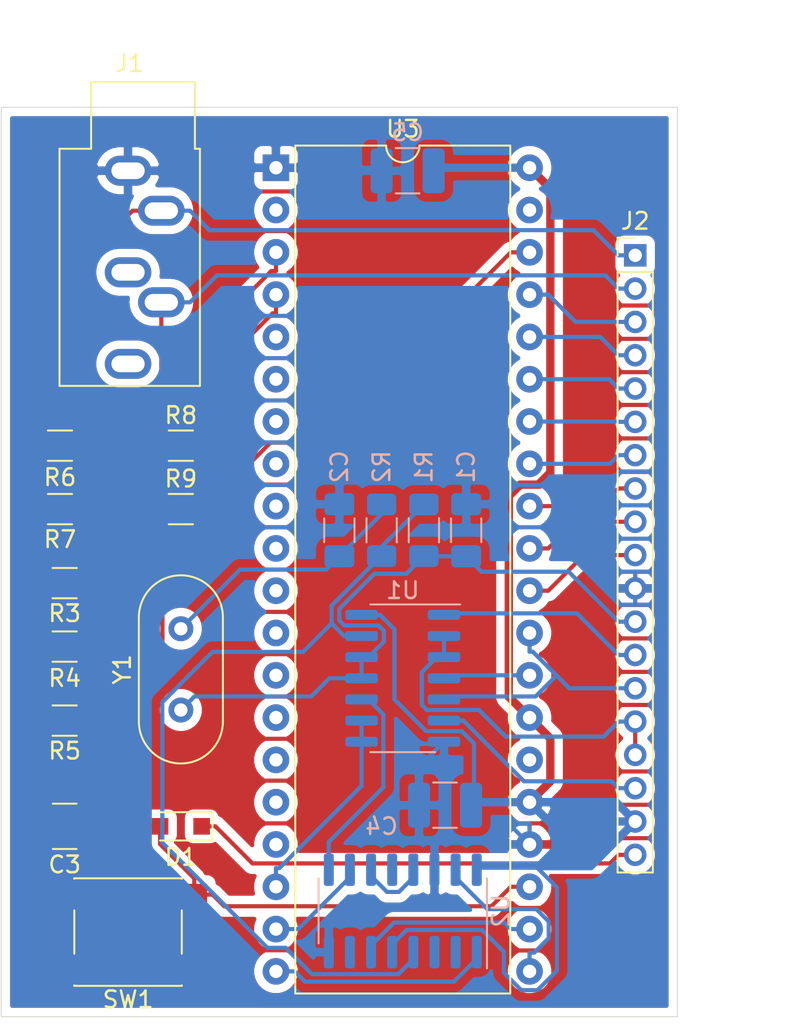
<source format=kicad_pcb>
(kicad_pcb (version 20171130) (host pcbnew 5.1.9+dfsg1-1)
  (layers (0 F.Cu signal) (31 B.Cu signal) (34 B.Paste user) (35 F.Paste user) (36 B.SilkS user) (37 F.SilkS user) (38 B.Mask user) (39 F.Mask user) (44 Edge.Cuts user))
  (net 0 "")
  (net 1 GND)
  (net 2 "Net-(C2-Pad1)")
  (net 3 /WBT)
  (net 4 /d7)
  (net 5 /d6)
  (net 6 /d5)
  (net 7 /d4)
  (net 8 /d3)
  (net 9 /d2)
  (net 10 /d1)
  (net 11 /d0)
  (net 12 "Net-(R1-Pad1)")
  (net 13 "Net-(R3-Pad1)")
  (net 14 "Net-(R4-Pad2)")
  (net 15 "Net-(R5-Pad1)")
  (net 16 /a3)
  (net 17 "Net-(U1-Pad4)")
  (net 18 VDD)
  (net 19 /a0)
  (net 20 "Net-(U2-Pad11)")
  (net 21 /a2)
  (net 22 "Net-(U2-Pad6)")
  (net 23 /a1)
  (net 24 /12MHZ)
  (net 25 "Net-(C3-Pad1)")
  (net 26 /RST)
  (net 27 /R)
  (net 28 /L)
  (net 29 /J3)
  (net 30 /J2)
  (net 31 /J1)
  (net 32 "Net-(U1-Pad10)")
  (module Crystal:Crystal_HC49-U_Vertical (layer F.Cu) (at 108.585 109.22 90)
    (fp_text reference Y1 (at 2.44 -3.525 90) (layer F.SilkS))
    (fp_text value "12000 KHZ")
    (pad 2 thru_hole circle (at 4.88 0 90) (size 1.5 1.5) (drill 0.8) (layers *.Cu *.Mask) (net 2 "Net-(C2-Pad1)"))
    (pad 1 thru_hole circle (at 0 0 90) (size 1.5 1.5) (drill 0.8) (layers *.Cu *.Mask) (net 24 /12MHZ))
  )
  (module Connector_Audio:Jack_3.5mm_CUI_SJ1-3535NG_Horizontal (layer F.Cu) (at 105.41 76.835)
    (fp_text reference J1 (at 0.1 -6.45) (layer F.SilkS))
    (fp_text value AudioJack3)
    (pad RN thru_hole oval (at 0 6.1) (size 2.8 1.8) (drill oval 2 1) (layers *.Cu *.Mask))
    (pad TN thru_hole oval (at 0 11.6) (size 2.8 1.8) (drill oval 2 1) (layers *.Cu *.Mask))
    (pad R thru_hole oval (at 2 7.9) (size 2.8 1.8) (drill oval 2 1) (layers *.Cu *.Mask) (net 27 /R))
    (pad T thru_hole oval (at 2 2.4) (size 2.8 1.8) (drill oval 2 1) (layers *.Cu *.Mask) (net 28 /L))
    (pad S thru_hole oval (at 0 0) (size 2.8 1.8) (drill oval 2 1) (layers *.Cu *.Mask) (net 1 GND))
  )
  (module Package_SO:SOIC-16_3.9x9.9mm_P1.27mm (layer B.Cu) (at 121.92 121.285 90)
    (fp_text reference U2 (at 0 5.9 90) (layer B.SilkS) (effects (justify mirror)))
    (fp_text value 74HCT193)
    (pad 16 smd roundrect (at 2.475 4.445 90) (size 1.95 0.6) (layers B.Cu B.Paste B.Mask) (net 18 VDD))
    (pad 15 smd roundrect (at 2.475 3.175 90) (size 1.95 0.6) (layers B.Cu B.Paste B.Mask) (net 19 /a0))
    (pad 14 smd roundrect (at 2.475 1.905 90) (size 1.95 0.6) (layers B.Cu B.Paste B.Mask) (net 1 GND))
    (pad 13 smd roundrect (at 2.475 0.635 90) (size 1.95 0.6) (layers B.Cu B.Paste B.Mask) (net 20 "Net-(U2-Pad11)"))
    (pad 12 smd roundrect (at 2.475 -0.635 90) (size 1.95 0.6) (layers B.Cu B.Paste B.Mask))
    (pad 11 smd roundrect (at 2.475 -1.905 90) (size 1.95 0.6) (layers B.Cu B.Paste B.Mask) (net 20 "Net-(U2-Pad11)"))
    (pad 10 smd roundrect (at 2.475 -3.175 90) (size 1.95 0.6) (layers B.Cu B.Paste B.Mask) (net 21 /a2))
    (pad 9 smd roundrect (at 2.475 -4.445 90) (size 1.95 0.6) (layers B.Cu B.Paste B.Mask) (net 32 "Net-(U1-Pad10)"))
    (pad 8 smd roundrect (at -2.475 -4.445 90) (size 1.95 0.6) (layers B.Cu B.Paste B.Mask) (net 1 GND))
    (pad 7 smd roundrect (at -2.475 -3.175 90) (size 1.95 0.6) (layers B.Cu B.Paste B.Mask))
    (pad 6 smd roundrect (at -2.475 -1.905 90) (size 1.95 0.6) (layers B.Cu B.Paste B.Mask) (net 22 "Net-(U2-Pad6)"))
    (pad 5 smd roundrect (at -2.475 -0.635 90) (size 1.95 0.6) (layers B.Cu B.Paste B.Mask) (net 18 VDD))
    (pad 4 smd roundrect (at -2.475 0.635 90) (size 1.95 0.6) (layers B.Cu B.Paste B.Mask) (net 12 "Net-(R1-Pad1)"))
    (pad 3 smd roundrect (at -2.475 1.905 90) (size 1.95 0.6) (layers B.Cu B.Paste B.Mask))
    (pad 2 smd roundrect (at -2.475 3.175 90) (size 1.95 0.6) (layers B.Cu B.Paste B.Mask))
    (pad 1 smd roundrect (at -2.475 4.445 90) (size 1.95 0.6) (layers B.Cu B.Paste B.Mask) (net 23 /a1))
  )
  (module Package_SO:SOIC-14_3.9x8.7mm_P1.27mm (layer B.Cu) (at 121.92 107.315 180)
    (fp_text reference U1 (at 0 5.28) (layer B.SilkS) (effects (justify mirror)))
    (fp_text value 74HCT02)
    (pad 14 smd roundrect (at 2.475 3.81 180) (size 1.95 0.6) (layers B.Cu B.Paste B.Mask) (net 18 VDD))
    (pad 13 smd roundrect (at 2.475 2.54 180) (size 1.95 0.6) (layers B.Cu B.Paste B.Mask) (net 12 "Net-(R1-Pad1)"))
    (pad 12 smd roundrect (at 2.475 1.27 180) (size 1.95 0.6) (layers B.Cu B.Paste B.Mask) (net 24 /12MHZ))
    (pad 11 smd roundrect (at 2.475 0 180) (size 1.95 0.6) (layers B.Cu B.Paste B.Mask) (net 24 /12MHZ))
    (pad 10 smd roundrect (at 2.475 -1.27 180) (size 1.95 0.6) (layers B.Cu B.Paste B.Mask) (net 32 "Net-(U1-Pad10)"))
    (pad 9 smd roundrect (at 2.475 -2.54 180) (size 1.95 0.6) (layers B.Cu B.Paste B.Mask) (net 16 /a3))
    (pad 8 smd roundrect (at 2.475 -3.81 180) (size 1.95 0.6) (layers B.Cu B.Paste B.Mask) (net 16 /a3))
    (pad 7 smd roundrect (at -2.475 -3.81 180) (size 1.95 0.6) (layers B.Cu B.Paste B.Mask) (net 1 GND))
    (pad 6 smd roundrect (at -2.475 -2.54 180) (size 1.95 0.6) (layers B.Cu B.Paste B.Mask) (net 3 /WBT))
    (pad 5 smd roundrect (at -2.475 -1.27 180) (size 1.95 0.6) (layers B.Cu B.Paste B.Mask) (net 30 /J2))
    (pad 4 smd roundrect (at -2.475 0 180) (size 1.95 0.6) (layers B.Cu B.Paste B.Mask) (net 17 "Net-(U1-Pad4)"))
    (pad 3 smd roundrect (at -2.475 1.27 180) (size 1.95 0.6) (layers B.Cu B.Paste B.Mask) (net 29 /J3))
    (pad 2 smd roundrect (at -2.475 2.54 180) (size 1.95 0.6) (layers B.Cu B.Paste B.Mask) (net 29 /J3))
    (pad 1 smd roundrect (at -2.475 3.81 180) (size 1.95 0.6) (layers B.Cu B.Paste B.Mask) (net 31 /J1))
  )
  (module Button_Switch_SMD:SW_SPST_PTS645 (layer F.Cu) (at 105.41 122.555 180)
    (fp_text reference SW1 (at 0 -4.05) (layer F.SilkS))
    (fp_text value SW_Push)
    (pad 2 smd rect (at 3.98 2.25 180) (size 1.55 1.3) (layers F.Cu F.Paste F.Mask) (net 25 "Net-(C3-Pad1)"))
    (pad 1 smd rect (at 3.98 -2.25 180) (size 1.55 1.3) (layers F.Cu F.Paste F.Mask) (net 1 GND))
    (pad 1 smd rect (at -3.98 -2.25 180) (size 1.55 1.3) (layers F.Cu F.Paste F.Mask) (net 1 GND))
    (pad 2 smd rect (at -3.98 2.25 180) (size 1.55 1.3) (layers F.Cu F.Paste F.Mask) (net 25 "Net-(C3-Pad1)"))
  )
  (module Connector_PinHeader_2.00mm:PinHeader_1x19_P2.00mm_Vertical (layer F.Cu) (at 135.89 81.915)
    (fp_text reference J2 (at 0 -2.06) (layer F.SilkS))
    (fp_text value Conn_01x19_Male)
    (pad 19 thru_hole oval (at 0 36) (size 1.35 1.35) (drill 0.8) (layers *.Cu *.Mask) (net 26 /RST))
    (pad 18 thru_hole oval (at 0 34) (size 1.35 1.35) (drill 0.8) (layers *.Cu *.Mask) (net 18 VDD))
    (pad 17 thru_hole oval (at 0 32) (size 1.35 1.35) (drill 0.8) (layers *.Cu *.Mask) (net 3 /WBT))
    (pad 16 thru_hole oval (at 0 30) (size 1.35 1.35) (drill 0.8) (layers *.Cu *.Mask) (net 29 /J3))
    (pad 15 thru_hole oval (at 0 28) (size 1.35 1.35) (drill 0.8) (layers *.Cu *.Mask) (net 29 /J3))
    (pad 14 thru_hole oval (at 0 26) (size 1.35 1.35) (drill 0.8) (layers *.Cu *.Mask) (net 30 /J2))
    (pad 13 thru_hole oval (at 0 24) (size 1.35 1.35) (drill 0.8) (layers *.Cu *.Mask) (net 31 /J1))
    (pad 12 thru_hole oval (at 0 22) (size 1.35 1.35) (drill 0.8) (layers *.Cu *.Mask) (net 24 /12MHZ))
    (pad 11 thru_hole oval (at 0 20) (size 1.35 1.35) (drill 0.8) (layers *.Cu *.Mask) (net 1 GND))
    (pad 10 thru_hole oval (at 0 18) (size 1.35 1.35) (drill 0.8) (layers *.Cu *.Mask) (net 4 /d7))
    (pad 9 thru_hole oval (at 0 16) (size 1.35 1.35) (drill 0.8) (layers *.Cu *.Mask) (net 5 /d6))
    (pad 8 thru_hole oval (at 0 14) (size 1.35 1.35) (drill 0.8) (layers *.Cu *.Mask) (net 6 /d5))
    (pad 7 thru_hole oval (at 0 12) (size 1.35 1.35) (drill 0.8) (layers *.Cu *.Mask) (net 7 /d4))
    (pad 6 thru_hole oval (at 0 10) (size 1.35 1.35) (drill 0.8) (layers *.Cu *.Mask) (net 8 /d3))
    (pad 5 thru_hole oval (at 0 8) (size 1.35 1.35) (drill 0.8) (layers *.Cu *.Mask) (net 9 /d2))
    (pad 4 thru_hole oval (at 0 6) (size 1.35 1.35) (drill 0.8) (layers *.Cu *.Mask) (net 10 /d1))
    (pad 3 thru_hole oval (at 0 4) (size 1.35 1.35) (drill 0.8) (layers *.Cu *.Mask) (net 11 /d0))
    (pad 2 thru_hole oval (at 0 2) (size 1.35 1.35) (drill 0.8) (layers *.Cu *.Mask) (net 27 /R))
    (pad 1 thru_hole rect (at 0 0) (size 1.35 1.35) (drill 0.8) (layers *.Cu *.Mask) (net 28 /L))
  )
  (module Diode_SMD:D_SOD-323_HandSoldering (layer F.Cu) (at 108.585 116.205 180)
    (fp_text reference D1 (at 0 -1.85) (layer F.SilkS))
    (fp_text value BAT54J)
    (pad 2 smd rect (at 1.25 0 180) (size 1 1) (layers F.Cu F.Paste F.Mask) (net 25 "Net-(C3-Pad1)"))
    (pad 1 smd rect (at -1.25 0 180) (size 1 1) (layers F.Cu F.Paste F.Mask) (net 26 /RST))
  )
  (module Capacitor_SMD:C_1210_3225Metric_Pad1.33x2.70mm_HandSolder (layer B.Cu) (at 122.212 76.835 180)
    (fp_text reference C5 (at 0 2.3) (layer B.SilkS) (effects (justify mirror)))
    (fp_text value 4.7U)
    (pad 2 smd roundrect (at 1.5625 0 180) (size 1.325 2.7) (layers B.Cu B.Paste B.Mask) (roundrect_rratio 0.188679) (net 1 GND))
    (pad 1 smd roundrect (at -1.5625 0 180) (size 1.325 2.7) (layers B.Cu B.Paste B.Mask) (roundrect_rratio 0.188679) (net 18 VDD))
  )
  (module Capacitor_SMD:C_1210_3225Metric_Pad1.33x2.70mm_HandSolder (layer B.Cu) (at 124.46 114.935 180)
    (fp_text reference C4 (at 3.81 -1.27) (layer B.SilkS) (effects (justify mirror)))
    (fp_text value 68N)
    (pad 2 smd roundrect (at 1.5625 0 180) (size 1.325 2.7) (layers B.Cu B.Paste B.Mask) (roundrect_rratio 0.188679) (net 1 GND))
    (pad 1 smd roundrect (at -1.5625 0 180) (size 1.325 2.7) (layers B.Cu B.Paste B.Mask) (roundrect_rratio 0.188679) (net 18 VDD))
  )
  (module Capacitor_SMD:C_1210_3225Metric_Pad1.33x2.70mm_HandSolder (layer F.Cu) (at 101.6 116.205 180)
    (fp_text reference C3 (at 0 -2.3) (layer F.SilkS))
    (fp_text value 68N)
    (pad 2 smd roundrect (at 1.5625 0 180) (size 1.325 2.7) (layers F.Cu F.Paste F.Mask) (roundrect_rratio 0.188679) (net 1 GND))
    (pad 1 smd roundrect (at -1.5625 0 180) (size 1.325 2.7) (layers F.Cu F.Paste F.Mask) (roundrect_rratio 0.188679) (net 25 "Net-(C3-Pad1)"))
  )
  (module Package_DIP:DIP-40_W15.24mm (layer F.Cu) (at 114.3 76.655)
    (fp_text reference U3 (at 7.62 -2.33) (layer F.SilkS))
    (fp_text value YM2149)
    (pad 40 thru_hole oval (at 15.24 0) (size 1.6 1.6) (drill 0.8) (layers *.Cu *.Mask) (net 18 VDD))
    (pad 20 thru_hole oval (at 0 48.26) (size 1.6 1.6) (drill 0.8) (layers *.Cu *.Mask) (net 23 /a1))
    (pad 39 thru_hole oval (at 15.24 2.54) (size 1.6 1.6) (drill 0.8) (layers *.Cu *.Mask))
    (pad 19 thru_hole oval (at 0 45.72) (size 1.6 1.6) (drill 0.8) (layers *.Cu *.Mask) (net 21 /a2))
    (pad 38 thru_hole oval (at 15.24 5.08) (size 1.6 1.6) (drill 0.8) (layers *.Cu *.Mask) (net 15 "Net-(R5-Pad1)"))
    (pad 18 thru_hole oval (at 0 43.18) (size 1.6 1.6) (drill 0.8) (layers *.Cu *.Mask) (net 16 /a3))
    (pad 37 thru_hole oval (at 15.24 7.62) (size 1.6 1.6) (drill 0.8) (layers *.Cu *.Mask) (net 11 /d0))
    (pad 17 thru_hole oval (at 0 40.64) (size 1.6 1.6) (drill 0.8) (layers *.Cu *.Mask))
    (pad 36 thru_hole oval (at 15.24 10.16) (size 1.6 1.6) (drill 0.8) (layers *.Cu *.Mask) (net 10 /d1))
    (pad 16 thru_hole oval (at 0 38.1) (size 1.6 1.6) (drill 0.8) (layers *.Cu *.Mask))
    (pad 35 thru_hole oval (at 15.24 12.7) (size 1.6 1.6) (drill 0.8) (layers *.Cu *.Mask) (net 9 /d2))
    (pad 15 thru_hole oval (at 0 35.56) (size 1.6 1.6) (drill 0.8) (layers *.Cu *.Mask))
    (pad 34 thru_hole oval (at 15.24 15.24) (size 1.6 1.6) (drill 0.8) (layers *.Cu *.Mask) (net 8 /d3))
    (pad 14 thru_hole oval (at 0 33.02) (size 1.6 1.6) (drill 0.8) (layers *.Cu *.Mask))
    (pad 33 thru_hole oval (at 15.24 17.78) (size 1.6 1.6) (drill 0.8) (layers *.Cu *.Mask) (net 7 /d4))
    (pad 13 thru_hole oval (at 0 30.48) (size 1.6 1.6) (drill 0.8) (layers *.Cu *.Mask))
    (pad 32 thru_hole oval (at 15.24 20.32) (size 1.6 1.6) (drill 0.8) (layers *.Cu *.Mask) (net 6 /d5))
    (pad 12 thru_hole oval (at 0 27.94) (size 1.6 1.6) (drill 0.8) (layers *.Cu *.Mask))
    (pad 31 thru_hole oval (at 15.24 22.86) (size 1.6 1.6) (drill 0.8) (layers *.Cu *.Mask) (net 5 /d6))
    (pad 11 thru_hole oval (at 0 25.4) (size 1.6 1.6) (drill 0.8) (layers *.Cu *.Mask))
    (pad 30 thru_hole oval (at 15.24 25.4) (size 1.6 1.6) (drill 0.8) (layers *.Cu *.Mask) (net 4 /d7))
    (pad 10 thru_hole oval (at 0 22.86) (size 1.6 1.6) (drill 0.8) (layers *.Cu *.Mask))
    (pad 29 thru_hole oval (at 15.24 27.94) (size 1.6 1.6) (drill 0.8) (layers *.Cu *.Mask) (net 30 /J2))
    (pad 9 thru_hole oval (at 0 20.32) (size 1.6 1.6) (drill 0.8) (layers *.Cu *.Mask))
    (pad 28 thru_hole oval (at 15.24 30.48) (size 1.6 1.6) (drill 0.8) (layers *.Cu *.Mask) (net 17 "Net-(U1-Pad4)"))
    (pad 8 thru_hole oval (at 0 17.78) (size 1.6 1.6) (drill 0.8) (layers *.Cu *.Mask))
    (pad 27 thru_hole oval (at 15.24 33.02) (size 1.6 1.6) (drill 0.8) (layers *.Cu *.Mask) (net 18 VDD))
    (pad 7 thru_hole oval (at 0 15.24) (size 1.6 1.6) (drill 0.8) (layers *.Cu *.Mask))
    (pad 26 thru_hole oval (at 15.24 35.56) (size 1.6 1.6) (drill 0.8) (layers *.Cu *.Mask))
    (pad 6 thru_hole oval (at 0 12.7) (size 1.6 1.6) (drill 0.8) (layers *.Cu *.Mask))
    (pad 25 thru_hole oval (at 15.24 38.1) (size 1.6 1.6) (drill 0.8) (layers *.Cu *.Mask) (net 18 VDD))
    (pad 5 thru_hole oval (at 0 10.16) (size 1.6 1.6) (drill 0.8) (layers *.Cu *.Mask))
    (pad 24 thru_hole oval (at 15.24 40.64) (size 1.6 1.6) (drill 0.8) (layers *.Cu *.Mask) (net 1 GND))
    (pad 4 thru_hole oval (at 0 7.62) (size 1.6 1.6) (drill 0.8) (layers *.Cu *.Mask) (net 14 "Net-(R4-Pad2)"))
    (pad 23 thru_hole oval (at 15.24 43.18) (size 1.6 1.6) (drill 0.8) (layers *.Cu *.Mask) (net 25 "Net-(C3-Pad1)"))
    (pad 3 thru_hole oval (at 0 5.08) (size 1.6 1.6) (drill 0.8) (layers *.Cu *.Mask) (net 13 "Net-(R3-Pad1)"))
    (pad 22 thru_hole oval (at 15.24 45.72) (size 1.6 1.6) (drill 0.8) (layers *.Cu *.Mask) (net 22 "Net-(U2-Pad6)"))
    (pad 2 thru_hole oval (at 0 2.54) (size 1.6 1.6) (drill 0.8) (layers *.Cu *.Mask))
    (pad 21 thru_hole oval (at 15.24 48.26) (size 1.6 1.6) (drill 0.8) (layers *.Cu *.Mask) (net 19 /a0))
    (pad 1 thru_hole rect (at 0 0) (size 1.6 1.6) (drill 0.8) (layers *.Cu *.Mask) (net 1 GND))
  )
  (module Resistor_SMD:R_1206_3216Metric_Pad1.30x1.75mm_HandSolder (layer F.Cu) (at 108.585 97.155)
    (fp_text reference R9 (at 0 -1.82 180) (layer F.SilkS))
    (fp_text value 10K)
    (pad 2 smd roundrect (at 1.55 0) (size 1.3 1.75) (layers F.Cu F.Paste F.Mask) (roundrect_rratio 0.192308) (net 15 "Net-(R5-Pad1)"))
    (pad 1 smd roundrect (at -1.55 0) (size 1.3 1.75) (layers F.Cu F.Paste F.Mask) (roundrect_rratio 0.192308) (net 27 /R))
  )
  (module Resistor_SMD:R_1206_3216Metric_Pad1.30x1.75mm_HandSolder (layer F.Cu) (at 108.585 93.345)
    (fp_text reference R8 (at 0 -1.82 180) (layer F.SilkS))
    (fp_text value 20K)
    (pad 2 smd roundrect (at 1.55 0) (size 1.3 1.75) (layers F.Cu F.Paste F.Mask) (roundrect_rratio 0.192308) (net 14 "Net-(R4-Pad2)"))
    (pad 1 smd roundrect (at -1.55 0) (size 1.3 1.75) (layers F.Cu F.Paste F.Mask) (roundrect_rratio 0.192308) (net 27 /R))
  )
  (module Resistor_SMD:R_1206_3216Metric_Pad1.30x1.75mm_HandSolder (layer F.Cu) (at 101.32 97.155 180)
    (fp_text reference R7 (at 0 -1.82) (layer F.SilkS))
    (fp_text value 20K)
    (pad 2 smd roundrect (at 1.55 0 180) (size 1.3 1.75) (layers F.Cu F.Paste F.Mask) (roundrect_rratio 0.192308) (net 28 /L))
    (pad 1 smd roundrect (at -1.55 0 180) (size 1.3 1.75) (layers F.Cu F.Paste F.Mask) (roundrect_rratio 0.192308) (net 14 "Net-(R4-Pad2)"))
  )
  (module Resistor_SMD:R_1206_3216Metric_Pad1.30x1.75mm_HandSolder (layer F.Cu) (at 101.32 93.345)
    (fp_text reference R6 (at 0 1.905) (layer F.SilkS))
    (fp_text value 10K)
    (pad 1 smd roundrect (at -1.55 0) (size 1.3 1.75) (layers F.Cu F.Paste F.Mask) (roundrect_rratio 0.192308) (net 28 /L))
    (pad 2 smd roundrect (at 1.55 0) (size 1.3 1.75) (layers F.Cu F.Paste F.Mask) (roundrect_rratio 0.192308) (net 13 "Net-(R3-Pad1)"))
  )
  (module Resistor_SMD:R_1206_3216Metric_Pad1.30x1.75mm_HandSolder (layer F.Cu) (at 101.6 109.855 180)
    (fp_text reference R5 (at 0 -1.82) (layer F.SilkS))
    (fp_text value 3.3K)
    (pad 2 smd roundrect (at 1.55 0 180) (size 1.3 1.75) (layers F.Cu F.Paste F.Mask) (roundrect_rratio 0.192308) (net 1 GND))
    (pad 1 smd roundrect (at -1.55 0 180) (size 1.3 1.75) (layers F.Cu F.Paste F.Mask) (roundrect_rratio 0.192308) (net 15 "Net-(R5-Pad1)"))
  )
  (module Resistor_SMD:R_1206_3216Metric_Pad1.30x1.75mm_HandSolder (layer F.Cu) (at 101.6 105.41)
    (fp_text reference R4 (at 0 1.905) (layer F.SilkS))
    (fp_text value 3.3K)
    (pad 2 smd roundrect (at 1.55 0) (size 1.3 1.75) (layers F.Cu F.Paste F.Mask) (roundrect_rratio 0.192308) (net 14 "Net-(R4-Pad2)"))
    (pad 1 smd roundrect (at -1.55 0) (size 1.3 1.75) (layers F.Cu F.Paste F.Mask) (roundrect_rratio 0.192308) (net 1 GND))
  )
  (module Resistor_SMD:R_1206_3216Metric_Pad1.30x1.75mm_HandSolder (layer F.Cu) (at 101.6 101.6 180)
    (fp_text reference R3 (at 0 -1.82) (layer F.SilkS))
    (fp_text value 3.3K)
    (pad 1 smd roundrect (at -1.55 0 180) (size 1.3 1.75) (layers F.Cu F.Paste F.Mask) (roundrect_rratio 0.192308) (net 13 "Net-(R3-Pad1)"))
    (pad 2 smd roundrect (at 1.55 0 180) (size 1.3 1.75) (layers F.Cu F.Paste F.Mask) (roundrect_rratio 0.192308) (net 1 GND))
  )
  (module Resistor_SMD:R_1206_3216Metric_Pad1.30x1.75mm_HandSolder (layer B.Cu) (at 120.65 98.425 90)
    (fp_text reference R2 (at 3.81 0 90) (layer B.SilkS) (effects (justify mirror)))
    (fp_text value 1.5K)
    (pad 1 smd roundrect (at -1.55 0 90) (size 1.3 1.75) (layers B.Cu B.Paste B.Mask) (roundrect_rratio 0.192308) (net 12 "Net-(R1-Pad1)"))
    (pad 2 smd roundrect (at 1.55 0 90) (size 1.3 1.75) (layers B.Cu B.Paste B.Mask) (roundrect_rratio 0.192308) (net 2 "Net-(C2-Pad1)"))
  )
  (module Resistor_SMD:R_1206_3216Metric_Pad1.30x1.75mm_HandSolder (layer B.Cu) (at 123.19 98.425 270)
    (fp_text reference R1 (at -3.81 0 90) (layer B.SilkS) (effects (justify mirror)))
    (fp_text value 1MEG)
    (pad 1 smd roundrect (at -1.55 0 270) (size 1.3 1.75) (layers B.Cu B.Paste B.Mask) (roundrect_rratio 0.192308) (net 12 "Net-(R1-Pad1)"))
    (pad 2 smd roundrect (at 1.55 0 270) (size 1.3 1.75) (layers B.Cu B.Paste B.Mask) (roundrect_rratio 0.192308) (net 24 /12MHZ))
  )
  (module Capacitor_SMD:C_1206_3216Metric_Pad1.33x1.80mm_HandSolder (layer B.Cu) (at 118.11 98.425 90)
    (fp_text reference C2 (at 3.81 0 90) (layer B.SilkS) (effects (justify mirror)))
    (fp_text value 33P)
    (pad 1 smd roundrect (at -1.5625 0 90) (size 1.325 1.8) (layers B.Cu B.Paste B.Mask) (roundrect_rratio 0.188679) (net 2 "Net-(C2-Pad1)"))
    (pad 2 smd roundrect (at 1.5625 0 90) (size 1.325 1.8) (layers B.Cu B.Paste B.Mask) (roundrect_rratio 0.188679) (net 1 GND))
  )
  (module Capacitor_SMD:C_1206_3216Metric_Pad1.33x1.80mm_HandSolder (layer B.Cu) (at 125.73 98.425 90)
    (fp_text reference C1 (at 3.81 0 90) (layer B.SilkS) (effects (justify mirror)))
    (fp_text value 15P)
    (pad 2 smd roundrect (at 1.5625 0 90) (size 1.325 1.8) (layers B.Cu B.Paste B.Mask) (roundrect_rratio 0.188679) (net 1 GND))
    (pad 1 smd roundrect (at -1.5625 0 90) (size 1.325 1.8) (layers B.Cu B.Paste B.Mask) (roundrect_rratio 0.188679) (net 24 /12MHZ))
  )
  (gr_line (start 97.79 127.635) (end 97.79 73.025) (layer Edge.Cuts) (width 0.05))
  (gr_line (start 138.43 127.635) (end 97.79 127.635) (layer Edge.Cuts) (width 0.05))
  (gr_line (start 138.43 73.025) (end 138.43 127.635) (layer Edge.Cuts) (width 0.05))
  (gr_line (start 97.79 73.025) (end 138.43 73.025) (layer Edge.Cuts) (width 0.05))
  (segment (start 113.65 93.15) (end 115 93.15) (width 0.25) (layer B.Cu) (net 1))
  (segment (start 113.6 90.63) (end 115.03 90.63) (width 0.25) (layer B.Cu) (net 1))
  (segment (start 113.61 88.09) (end 114.95 88.09) (width 0.25) (layer B.Cu) (net 1))
  (segment (start 113.6 85.55) (end 115.05 85.55) (width 0.25) (layer B.Cu) (net 1))
  (segment (start 113.3956 80.4596) (end 115.2244 80.4596) (width 0.25) (layer F.Cu) (net 1))
  (segment (start 113.3856 78.0796) (end 115.2144 78.0796) (width 0.25) (layer F.Cu) (net 1))
  (segment (start 134.9756 112.9096) (end 136.8044 112.9096) (width 0.25) (layer F.Cu) (net 1))
  (segment (start 135.0356 104.9196) (end 136.8644 104.9196) (width 0.25) (layer F.Cu) (net 1))
  (segment (start 134.9456 94.9196) (end 136.7744 94.9196) (width 0.25) (layer F.Cu) (net 1))
  (segment (start 134.9856 92.9096) (end 136.8144 92.9096) (width 0.25) (layer F.Cu) (net 1))
  (segment (start 134.9856 90.8996) (end 136.8144 90.8996) (width 0.25) (layer F.Cu) (net 1))
  (segment (start 134.9856 88.9296) (end 136.8144 88.9296) (width 0.25) (layer F.Cu) (net 1))
  (segment (start 134.9756 86.9296) (end 136.8044 86.9296) (width 0.25) (layer F.Cu) (net 1))
  (segment (start 135.0156 84.9296) (end 136.8444 84.9296) (width 0.25) (layer F.Cu) (net 1))
  (segment (start 128.6156 123.6596) (end 130.4444 123.6596) (width 0.25) (layer F.Cu) (net 1))
  (segment (start 128.6256 121.1096) (end 130.4544 121.1096) (width 0.25) (layer F.Cu) (net 1))
  (segment (start 134.9356 106.9296) (end 136.7644 106.9296) (width 0.25) (layer F.Cu) (net 1))
  (segment (start 116.63 122.46) (end 116.91 122.18) (width 0.25) (layer B.Cu) (net 1))
  (segment (start 113.5634 98.2472) (end 115.062 98.2472) (width 0.25) (layer B.Cu) (net 1))
  (segment (start 135.0772 98.933) (end 136.7536 98.933) (width 0.25) (layer B.Cu) (net 1))
  (segment (start 135.001 96.9264) (end 136.8298 96.9264) (width 0.25) (layer B.Cu) (net 1))
  (segment (start 136.7536 94.8944) (end 135.0518 94.8944) (width 0.25) (layer B.Cu) (net 1))
  (segment (start 113.5888 95.7072) (end 115.0112 95.7072) (width 0.25) (layer B.Cu) (net 1))
  (segment (start 113.538 116.0272) (end 115.062 116.0272) (width 0.25) (layer F.Cu) (net 1))
  (segment (start 113.5634 113.4618) (end 115.1128 113.4618) (width 0.25) (layer F.Cu) (net 1))
  (segment (start 113.538 110.9472) (end 115.062 110.9472) (width 0.25) (layer F.Cu) (net 1))
  (segment (start 113.5888 108.4072) (end 115.0112 108.4072) (width 0.25) (layer F.Cu) (net 1))
  (segment (start 113.5634 105.8672) (end 115.062 105.8672) (width 0.25) (layer F.Cu) (net 1))
  (segment (start 113.5634 103.3272) (end 115.062 103.3272) (width 0.25) (layer F.Cu) (net 1))
  (segment (start 113.538 100.7872) (end 115.1382 100.7872) (width 0.25) (layer F.Cu) (net 1))
  (segment (start 113.5888 98.2472) (end 115.0874 98.2472) (width 0.25) (layer F.Cu) (net 1))
  (segment (start 113.4618 95.6818) (end 115.4176 95.6818) (width 0.25) (layer F.Cu) (net 1))
  (segment (start 113.5126 123.6472) (end 115.2144 123.6472) (width 0.25) (layer F.Cu) (net 1))
  (segment (start 135.0264 108.9152) (end 136.779 108.9152) (width 0.25) (layer F.Cu) (net 1))
  (segment (start 124.395 111.125) (end 122.8975 112.6225) (width 0.25) (layer B.Cu) (net 1))
  (segment (start 122.8975 112.6225) (end 122.8975 114.935) (width 0.25) (layer B.Cu) (net 1))
  (segment (start 118.2465 96.726) (end 118.11 96.8625) (width 0.25) (layer B.Cu) (net 1))
  (segment (start 123.825 118.81) (end 123.825 119.2149) (width 0.25) (layer B.Cu) (net 1))
  (segment (start 117.475 123.3333) (end 117.475 123.76) (width 0.25) (layer B.Cu) (net 1))
  (segment (start 100.05 109.855) (end 100.0375 109.8675) (width 0.25) (layer F.Cu) (net 1))
  (segment (start 100.0375 109.8675) (end 100.0375 116.205) (width 0.25) (layer F.Cu) (net 1))
  (segment (start 100.05 105.41) (end 100.05 109.855) (width 0.25) (layer F.Cu) (net 1))
  (segment (start 114.3 76.655) (end 120.4695 76.655) (width 0.25) (layer B.Cu) (net 1))
  (segment (start 120.4695 76.655) (end 120.6495 76.835) (width 0.25) (layer B.Cu) (net 1))
  (segment (start 107.1353 76.835) (end 107.3153 76.655) (width 0.25) (layer B.Cu) (net 1))
  (segment (start 107.3153 76.655) (end 114.3 76.655) (width 0.25) (layer B.Cu) (net 1))
  (segment (start 109.39 124.805) (end 108.2897 124.805) (width 0.25) (layer F.Cu) (net 1))
  (segment (start 101.43 124.3173) (end 107.802 124.3173) (width 0.25) (layer F.Cu) (net 1))
  (segment (start 107.802 124.3173) (end 108.2897 124.805) (width 0.25) (layer F.Cu) (net 1))
  (segment (start 101.43 124.3173) (end 101.43 123.8297) (width 0.25) (layer F.Cu) (net 1))
  (segment (start 101.43 124.805) (end 101.43 124.3173) (width 0.25) (layer F.Cu) (net 1))
  (segment (start 105.41 76.835) (end 103.6847 76.835) (width 0.25) (layer F.Cu) (net 1))
  (segment (start 103.6847 76.835) (end 98.7864 81.7333) (width 0.25) (layer F.Cu) (net 1))
  (segment (start 98.7864 100.3364) (end 100.05 101.6) (width 0.25) (layer F.Cu) (net 1))
  (segment (start 132.5139 113.4771) (end 132.5139 105.2911) (width 0.25) (layer F.Cu) (net 1))
  (segment (start 105.41 76.835) (end 107.1353 76.835) (width 0.25) (layer B.Cu) (net 1))
  (segment (start 100.05 105.41) (end 100.05 101.6) (width 0.25) (layer F.Cu) (net 1))
  (segment (start 100.0375 116.205) (end 100.0375 122.4372) (width 0.25) (layer F.Cu) (net 1))
  (segment (start 100.0375 122.4372) (end 101.43 123.8297) (width 0.25) (layer F.Cu) (net 1))
  (segment (start 125.73 96.8625) (end 126.9615 96.8625) (width 0.25) (layer B.Cu) (net 1))
  (segment (start 126.9615 96.8625) (end 128.3462 98.2472) (width 0.25) (layer B.Cu) (net 1))
  (segment (start 128.3462 98.2472) (end 130.9624 98.2472) (width 0.25) (layer B.Cu) (net 1))
  (segment (start 134.6302 101.915) (end 135.89 101.915) (width 0.25) (layer B.Cu) (net 1))
  (segment (start 130.9624 98.2472) (end 134.6302 101.915) (width 0.25) (layer B.Cu) (net 1))
  (segment (start 125.73 96.8625) (end 127.2671 96.8625) (width 0.25) (layer B.Cu) (net 1))
  (segment (start 127.2671 96.8625) (end 128.4224 95.7072) (width 0.25) (layer B.Cu) (net 1))
  (segment (start 128.4224 95.7072) (end 130.5814 95.7072) (width 0.25) (layer B.Cu) (net 1))
  (segment (start 134.9756 114.9096) (end 136.8044 114.9096) (width 0.25) (layer F.Cu) (net 1))
  (segment (start 135.0264 116.9162) (end 136.7536 116.9162) (width 0.25) (layer F.Cu) (net 1))
  (segment (start 129.54 116.1) (end 129.6128 116.0272) (width 0.25) (layer F.Cu) (net 1))
  (segment (start 129.54 117.295) (end 129.54 116.1) (width 0.25) (layer F.Cu) (net 1))
  (segment (start 129.6128 116.0272) (end 130.2766 116.0272) (width 0.25) (layer F.Cu) (net 1))
  (segment (start 128.8542 116.0272) (end 129.6128 116.0272) (width 0.25) (layer F.Cu) (net 1))
  (segment (start 135.89 100.93) (end 135.9004 100.9196) (width 0.25) (layer F.Cu) (net 1))
  (segment (start 135.89 101.915) (end 135.89 100.93) (width 0.25) (layer F.Cu) (net 1))
  (segment (start 135.9004 100.9196) (end 136.7844 100.9196) (width 0.25) (layer F.Cu) (net 1))
  (segment (start 134.9556 100.9196) (end 135.9004 100.9196) (width 0.25) (layer F.Cu) (net 1))
  (segment (start 135.89 102.88) (end 135.8604 102.9096) (width 0.25) (layer F.Cu) (net 1))
  (segment (start 135.89 101.915) (end 135.89 102.88) (width 0.25) (layer F.Cu) (net 1))
  (segment (start 135.8604 102.9096) (end 136.8144 102.9096) (width 0.25) (layer F.Cu) (net 1))
  (segment (start 134.9856 102.9096) (end 135.8604 102.9096) (width 0.25) (layer F.Cu) (net 1))
  (segment (start 135.89 100.97) (end 135.8342 100.9142) (width 0.25) (layer B.Cu) (net 1))
  (segment (start 135.89 101.915) (end 135.89 100.97) (width 0.25) (layer B.Cu) (net 1))
  (segment (start 135.8342 100.9142) (end 135.001 100.9142) (width 0.25) (layer B.Cu) (net 1))
  (segment (start 136.7536 100.9142) (end 135.8342 100.9142) (width 0.25) (layer B.Cu) (net 1))
  (segment (start 135.89 102.81) (end 135.8046 102.8954) (width 0.25) (layer B.Cu) (net 1))
  (segment (start 135.89 101.915) (end 135.89 102.81) (width 0.25) (layer B.Cu) (net 1))
  (segment (start 135.8046 102.8954) (end 135.0264 102.8954) (width 0.25) (layer B.Cu) (net 1))
  (segment (start 136.6774 102.8954) (end 135.8046 102.8954) (width 0.25) (layer B.Cu) (net 1))
  (segment (start 129.54 117.295) (end 128.225 115.98) (width 0.25) (layer B.Cu) (net 1))
  (segment (start 129.54 117.295) (end 129.54 116.05) (width 0.25) (layer B.Cu) (net 1))
  (segment (start 129.54 116.05) (end 128.8 116.05) (width 0.25) (layer B.Cu) (net 1))
  (segment (start 118.11 99.9875) (end 117.3125 100.785) (width 0.25) (layer B.Cu) (net 2))
  (segment (start 117.3125 100.785) (end 112.14 100.785) (width 0.25) (layer B.Cu) (net 2))
  (segment (start 112.14 100.785) (end 108.585 104.34) (width 0.25) (layer B.Cu) (net 2))
  (segment (start 120.65 96.875) (end 120.65 97.4475) (width 0.25) (layer B.Cu) (net 2))
  (segment (start 120.65 97.4475) (end 118.11 99.9875) (width 0.25) (layer B.Cu) (net 2))
  (segment (start 135.89 113.915) (end 134.8897 113.915) (width 0.25) (layer B.Cu) (net 3))
  (segment (start 134.8897 113.915) (end 134.4751 113.5004) (width 0.25) (layer B.Cu) (net 3))
  (segment (start 134.4751 113.5004) (end 129.2033 113.5004) (width 0.25) (layer B.Cu) (net 3))
  (segment (start 129.2033 113.5004) (end 125.5579 109.855) (width 0.25) (layer B.Cu) (net 3))
  (segment (start 125.5579 109.855) (end 124.395 109.855) (width 0.25) (layer B.Cu) (net 3))
  (segment (start 129.54 102.055) (end 130.6653 102.055) (width 0.25) (layer F.Cu) (net 4))
  (segment (start 130.6653 102.055) (end 132.8053 99.915) (width 0.25) (layer F.Cu) (net 4))
  (segment (start 132.8053 99.915) (end 135.89 99.915) (width 0.25) (layer F.Cu) (net 4))
  (segment (start 129.54 99.515) (end 130.6653 99.515) (width 0.25) (layer F.Cu) (net 5))
  (segment (start 130.6653 99.515) (end 132.2653 97.915) (width 0.25) (layer F.Cu) (net 5))
  (segment (start 132.2653 97.915) (end 135.89 97.915) (width 0.25) (layer F.Cu) (net 5))
  (segment (start 135.89 95.915) (end 134.8897 95.915) (width 0.25) (layer F.Cu) (net 6))
  (segment (start 129.54 96.975) (end 133.8297 96.975) (width 0.25) (layer F.Cu) (net 6))
  (segment (start 133.8297 96.975) (end 134.8897 95.915) (width 0.25) (layer F.Cu) (net 6))
  (segment (start 135.89 93.915) (end 134.8897 93.915) (width 0.25) (layer B.Cu) (net 7))
  (segment (start 129.54 94.435) (end 134.3697 94.435) (width 0.25) (layer B.Cu) (net 7))
  (segment (start 134.3697 94.435) (end 134.8897 93.915) (width 0.25) (layer B.Cu) (net 7))
  (segment (start 135.89 91.915) (end 134.8897 91.915) (width 0.25) (layer B.Cu) (net 8))
  (segment (start 129.54 91.895) (end 134.8697 91.895) (width 0.25) (layer B.Cu) (net 8))
  (segment (start 134.8697 91.895) (end 134.8897 91.915) (width 0.25) (layer B.Cu) (net 8))
  (segment (start 135.89 89.915) (end 134.8897 89.915) (width 0.25) (layer B.Cu) (net 9))
  (segment (start 129.54 89.355) (end 134.3297 89.355) (width 0.25) (layer B.Cu) (net 9))
  (segment (start 134.3297 89.355) (end 134.8897 89.915) (width 0.25) (layer B.Cu) (net 9))
  (segment (start 135.89 87.915) (end 134.8897 87.915) (width 0.25) (layer B.Cu) (net 10))
  (segment (start 129.54 86.815) (end 133.7897 86.815) (width 0.25) (layer B.Cu) (net 10))
  (segment (start 133.7897 86.815) (end 134.8897 87.915) (width 0.25) (layer B.Cu) (net 10))
  (segment (start 129.54 84.275) (end 130.6653 84.275) (width 0.25) (layer B.Cu) (net 11))
  (segment (start 130.6653 84.275) (end 132.3053 85.915) (width 0.25) (layer B.Cu) (net 11))
  (segment (start 132.3053 85.915) (end 135.89 85.915) (width 0.25) (layer B.Cu) (net 11))
  (segment (start 117.6425 104.0167) (end 118.4008 104.775) (width 0.25) (layer B.Cu) (net 12))
  (segment (start 118.4008 104.775) (end 119.445 104.775) (width 0.25) (layer B.Cu) (net 12))
  (segment (start 120.65 99.975) (end 120.6184 99.975) (width 0.25) (layer B.Cu) (net 12))
  (segment (start 120.6184 99.975) (end 117.6425 102.9509) (width 0.25) (layer B.Cu) (net 12))
  (segment (start 117.6425 102.9509) (end 117.6425 104.0167) (width 0.25) (layer B.Cu) (net 12))
  (segment (start 117.6425 104.0167) (end 115.931 105.7282) (width 0.25) (layer B.Cu) (net 12))
  (segment (start 115.931 105.7282) (end 110.4907 105.7282) (width 0.25) (layer B.Cu) (net 12))
  (segment (start 110.4907 105.7282) (end 107.47 108.7489) (width 0.25) (layer B.Cu) (net 12))
  (segment (start 107.47 108.7489) (end 107.47 117.1876) (width 0.25) (layer B.Cu) (net 12))
  (segment (start 107.47 117.1876) (end 113.7828 123.5004) (width 0.25) (layer B.Cu) (net 12))
  (segment (start 113.7828 123.5004) (end 114.8826 123.5004) (width 0.25) (layer B.Cu) (net 12))
  (segment (start 114.8826 123.5004) (end 116.4645 125.0823) (width 0.25) (layer B.Cu) (net 12))
  (segment (start 116.4645 125.0823) (end 121.6566 125.0823) (width 0.25) (layer B.Cu) (net 12))
  (segment (start 121.6566 125.0823) (end 122.555 124.1839) (width 0.25) (layer B.Cu) (net 12))
  (segment (start 122.555 124.1839) (end 122.555 123.76) (width 0.25) (layer B.Cu) (net 12))
  (segment (start 120.65 99.975) (end 120.65 99.415) (width 0.25) (layer B.Cu) (net 12))
  (segment (start 120.65 99.415) (end 123.19 96.875) (width 0.25) (layer B.Cu) (net 12))
  (segment (start 114.3 81.735) (end 114.3 82.8603) (width 0.25) (layer F.Cu) (net 13))
  (segment (start 103.8823 98.3564) (end 103.8823 94.3573) (width 0.25) (layer F.Cu) (net 13))
  (segment (start 103.8823 94.3573) (end 102.87 93.345) (width 0.25) (layer F.Cu) (net 13))
  (segment (start 103.15 101.6) (end 103.8823 100.8677) (width 0.25) (layer F.Cu) (net 13))
  (segment (start 103.8823 100.8677) (end 103.8823 98.3564) (width 0.25) (layer F.Cu) (net 13))
  (segment (start 114.3 82.8603) (end 114.0187 82.8603) (width 0.25) (layer F.Cu) (net 13))
  (segment (start 114.0187 82.8603) (end 108.3299 88.5491) (width 0.25) (layer F.Cu) (net 13))
  (segment (start 108.3299 88.5491) (end 108.3299 97.7225) (width 0.25) (layer F.Cu) (net 13))
  (segment (start 108.3299 97.7225) (end 107.696 98.3564) (width 0.25) (layer F.Cu) (net 13))
  (segment (start 107.696 98.3564) (end 103.8823 98.3564) (width 0.25) (layer F.Cu) (net 13))
  (segment (start 110.135 93.345) (end 110.135 89.361) (width 0.25) (layer F.Cu) (net 14))
  (segment (start 110.135 89.361) (end 114.0957 85.4003) (width 0.25) (layer F.Cu) (net 14))
  (segment (start 114.0957 85.4003) (end 114.3 85.4003) (width 0.25) (layer F.Cu) (net 14))
  (segment (start 103.2613 103.551) (end 109.0353 97.777) (width 0.25) (layer F.Cu) (net 14))
  (segment (start 109.0353 97.777) (end 109.0353 94.4447) (width 0.25) (layer F.Cu) (net 14))
  (segment (start 109.0353 94.4447) (end 110.135 93.345) (width 0.25) (layer F.Cu) (net 14))
  (segment (start 103.15 105.41) (end 103.15 103.6623) (width 0.25) (layer F.Cu) (net 14))
  (segment (start 103.15 103.6623) (end 103.2613 103.551) (width 0.25) (layer F.Cu) (net 14))
  (segment (start 103.2613 103.551) (end 102.1556 102.4453) (width 0.25) (layer F.Cu) (net 14))
  (segment (start 102.1556 102.4453) (end 102.1556 97.8694) (width 0.25) (layer F.Cu) (net 14))
  (segment (start 102.1556 97.8694) (end 102.87 97.155) (width 0.25) (layer F.Cu) (net 14))
  (segment (start 114.3 84.275) (end 114.3 85.4003) (width 0.25) (layer F.Cu) (net 14))
  (segment (start 129.54 81.735) (end 128.4147 81.735) (width 0.25) (layer F.Cu) (net 15))
  (segment (start 110.135 97.155) (end 110.135 97.0002) (width 0.25) (layer F.Cu) (net 15))
  (segment (start 110.135 97.0002) (end 113.9702 93.165) (width 0.25) (layer F.Cu) (net 15))
  (segment (start 113.9702 93.165) (end 116.9847 93.165) (width 0.25) (layer F.Cu) (net 15))
  (segment (start 116.9847 93.165) (end 128.4147 81.735) (width 0.25) (layer F.Cu) (net 15))
  (segment (start 103.15 109.855) (end 107.479 105.526) (width 0.25) (layer F.Cu) (net 15))
  (segment (start 107.479 105.526) (end 107.479 100.4479) (width 0.25) (layer F.Cu) (net 15))
  (segment (start 107.479 100.4479) (end 110.135 97.7919) (width 0.25) (layer F.Cu) (net 15))
  (segment (start 110.135 97.7919) (end 110.135 97.155) (width 0.25) (layer F.Cu) (net 15))
  (segment (start 114.3 119.835) (end 114.3 118.7097) (width 0.25) (layer B.Cu) (net 16))
  (segment (start 114.3 118.7097) (end 114.5093 118.7097) (width 0.25) (layer B.Cu) (net 16))
  (segment (start 114.5093 118.7097) (end 119.445 113.774) (width 0.25) (layer B.Cu) (net 16))
  (segment (start 119.445 113.774) (end 119.445 111.125) (width 0.25) (layer B.Cu) (net 16))
  (segment (start 119.445 111.125) (end 119.445 109.855) (width 0.25) (layer B.Cu) (net 16))
  (segment (start 129.54 107.135) (end 124.575 107.135) (width 0.25) (layer B.Cu) (net 17))
  (segment (start 124.575 107.135) (end 124.395 107.315) (width 0.25) (layer B.Cu) (net 17))
  (segment (start 126.2025 114.755) (end 126.2025 111.23) (width 0.25) (layer B.Cu) (net 18))
  (segment (start 126.2025 111.23) (end 125.4625 110.49) (width 0.25) (layer B.Cu) (net 18))
  (segment (start 125.4625 110.49) (end 123.331 110.49) (width 0.25) (layer B.Cu) (net 18))
  (segment (start 123.331 110.49) (end 121.4209 108.5799) (width 0.25) (layer B.Cu) (net 18))
  (segment (start 121.4209 108.5799) (end 121.4209 104.3741) (width 0.25) (layer B.Cu) (net 18))
  (segment (start 121.4209 104.3741) (end 120.5518 103.505) (width 0.25) (layer B.Cu) (net 18))
  (segment (start 120.5518 103.505) (end 119.445 103.505) (width 0.25) (layer B.Cu) (net 18))
  (segment (start 129.8749 118.565) (end 126.61 118.565) (width 0.25) (layer B.Cu) (net 18))
  (segment (start 126.61 118.565) (end 126.365 118.81) (width 0.25) (layer B.Cu) (net 18))
  (segment (start 121.285 123.76) (end 121.285 123.2949) (width 0.25) (layer B.Cu) (net 18))
  (segment (start 121.285 123.2949) (end 122.1485 122.4314) (width 0.25) (layer B.Cu) (net 18))
  (segment (start 122.1485 122.4314) (end 126.6872 122.4314) (width 0.25) (layer B.Cu) (net 18))
  (segment (start 126.6872 122.4314) (end 127.9924 123.7366) (width 0.25) (layer B.Cu) (net 18))
  (segment (start 127.9924 123.7366) (end 127.9924 124.993) (width 0.25) (layer B.Cu) (net 18))
  (segment (start 127.9924 124.993) (end 129.041 126.0416) (width 0.25) (layer B.Cu) (net 18))
  (segment (start 129.041 126.0416) (end 130.0211 126.0416) (width 0.25) (layer B.Cu) (net 18))
  (segment (start 130.0211 126.0416) (end 131.1829 124.8798) (width 0.25) (layer B.Cu) (net 18))
  (segment (start 131.1829 124.8798) (end 131.1829 119.873) (width 0.25) (layer B.Cu) (net 18))
  (segment (start 131.1829 119.873) (end 129.8749 118.565) (width 0.25) (layer B.Cu) (net 18))
  (segment (start 130.6653 114.8284) (end 130.6653 114.755) (width 0.25) (layer B.Cu) (net 18))
  (segment (start 129.54 114.755) (end 130.6653 114.755) (width 0.25) (layer B.Cu) (net 18))
  (segment (start 130.6654 94.9071) (end 129.8675 95.705) (width 0.25) (layer F.Cu) (net 18))
  (segment (start 129.8675 95.705) (end 129.141 95.705) (width 0.25) (layer F.Cu) (net 18))
  (segment (start 129.141 95.705) (end 128.4147 96.4313) (width 0.25) (layer F.Cu) (net 18))
  (segment (start 128.4147 96.4313) (end 128.4147 107.7058) (width 0.25) (layer F.Cu) (net 18))
  (segment (start 135.89 115.915) (end 134.8897 115.915) (width 0.25) (layer B.Cu) (net 18))
  (segment (start 130.7 115.915) (end 129.54 114.755) (width 0.5) (layer B.Cu) (net 18))
  (segment (start 126.2025 114.755) (end 126.0225 114.935) (width 0.5) (layer B.Cu) (net 18))
  (segment (start 129.54 114.755) (end 126.2025 114.755) (width 0.5) (layer B.Cu) (net 18))
  (segment (start 130.120002 118.565) (end 126.61 118.565) (width 0.5) (layer B.Cu) (net 18))
  (segment (start 132.365 116.35) (end 130.120002 118.594998) (width 0.5) (layer B.Cu) (net 18))
  (segment (start 132.365 115.915) (end 132.365 116.320002) (width 0.5) (layer B.Cu) (net 18))
  (segment (start 132.365 115.915) (end 130.7 115.915) (width 0.5) (layer B.Cu) (net 18))
  (segment (start 133.655 114.755) (end 134.815 115.915) (width 0.5) (layer B.Cu) (net 18))
  (segment (start 129.54 114.755) (end 133.655 114.755) (width 0.5) (layer B.Cu) (net 18))
  (segment (start 134.815 115.915) (end 132.365 115.915) (width 0.5) (layer B.Cu) (net 18))
  (segment (start 135.89 115.915) (end 134.815 115.915) (width 0.5) (layer B.Cu) (net 18))
  (segment (start 130.790001 110.925001) (end 129.54 109.675) (width 0.5) (layer F.Cu) (net 18))
  (segment (start 130.790001 113.504999) (end 130.790001 110.925001) (width 0.5) (layer F.Cu) (net 18))
  (segment (start 129.54 114.755) (end 130.790001 113.504999) (width 0.5) (layer F.Cu) (net 18))
  (segment (start 130.790001 95.035001) (end 130.790001 77.905001) (width 0.5) (layer F.Cu) (net 18))
  (segment (start 130.140001 95.685001) (end 130.790001 95.035001) (width 0.5) (layer F.Cu) (net 18))
  (segment (start 130.790001 77.905001) (end 129.54 76.655) (width 0.5) (layer F.Cu) (net 18))
  (segment (start 128.979997 95.685001) (end 130.140001 95.685001) (width 0.5) (layer F.Cu) (net 18))
  (segment (start 128.289999 96.374999) (end 128.979997 95.685001) (width 0.5) (layer F.Cu) (net 18))
  (segment (start 128.289999 108.424999) (end 128.289999 96.374999) (width 0.5) (layer F.Cu) (net 18))
  (segment (start 129.54 109.675) (end 128.289999 108.424999) (width 0.5) (layer F.Cu) (net 18))
  (segment (start 123.9545 76.655) (end 123.7745 76.835) (width 0.5) (layer B.Cu) (net 18))
  (segment (start 129.54 76.655) (end 123.9545 76.655) (width 0.5) (layer B.Cu) (net 18))
  (segment (start 135.89 115.915) (end 134.725 114.75) (width 0.5) (layer B.Cu) (net 18))
  (segment (start 129.545 114.75) (end 129.54 114.755) (width 0.5) (layer B.Cu) (net 18))
  (segment (start 134.725 114.75) (end 129.545 114.75) (width 0.5) (layer B.Cu) (net 18))
  (segment (start 133.210002 118.594998) (end 135.89 115.915) (width 0.5) (layer B.Cu) (net 18))
  (segment (start 130.120002 118.594998) (end 133.210002 118.594998) (width 0.5) (layer B.Cu) (net 18))
  (segment (start 129.54 124.915) (end 129.54 123.7897) (width 0.25) (layer B.Cu) (net 19))
  (segment (start 129.54 123.7897) (end 129.8213 123.7897) (width 0.25) (layer B.Cu) (net 19))
  (segment (start 129.8213 123.7897) (end 130.6907 122.9203) (width 0.25) (layer B.Cu) (net 19))
  (segment (start 130.6907 122.9203) (end 130.6907 121.9201) (width 0.25) (layer B.Cu) (net 19))
  (segment (start 130.6907 121.9201) (end 129.9477 121.1771) (width 0.25) (layer B.Cu) (net 19))
  (segment (start 129.9477 121.1771) (end 126.9965 121.1771) (width 0.25) (layer B.Cu) (net 19))
  (segment (start 126.9965 121.1771) (end 125.095 119.2756) (width 0.25) (layer B.Cu) (net 19))
  (segment (start 125.095 119.2756) (end 125.095 118.81) (width 0.25) (layer B.Cu) (net 19))
  (segment (start 120.015 118.81) (end 120.015 119.1872) (width 0.25) (layer B.Cu) (net 20))
  (segment (start 120.015 119.1872) (end 120.9733 120.1455) (width 0.25) (layer B.Cu) (net 20))
  (segment (start 120.9733 120.1455) (end 121.686 120.1455) (width 0.25) (layer B.Cu) (net 20))
  (segment (start 121.686 120.1455) (end 122.555 119.2765) (width 0.25) (layer B.Cu) (net 20))
  (segment (start 122.555 119.2765) (end 122.555 118.81) (width 0.25) (layer B.Cu) (net 20))
  (segment (start 114.3 122.375) (end 115.6377 122.375) (width 0.25) (layer B.Cu) (net 21))
  (segment (start 115.6377 122.375) (end 118.745 119.2677) (width 0.25) (layer B.Cu) (net 21))
  (segment (start 118.745 119.2677) (end 118.745 118.81) (width 0.25) (layer B.Cu) (net 21))
  (segment (start 129.54 122.375) (end 128.4147 122.375) (width 0.25) (layer B.Cu) (net 22))
  (segment (start 128.4147 122.375) (end 128.0207 121.981) (width 0.25) (layer B.Cu) (net 22))
  (segment (start 128.0207 121.981) (end 121.3945 121.981) (width 0.25) (layer B.Cu) (net 22))
  (segment (start 121.3945 121.981) (end 120.015 123.3605) (width 0.25) (layer B.Cu) (net 22))
  (segment (start 120.015 123.3605) (end 120.015 123.76) (width 0.25) (layer B.Cu) (net 22))
  (segment (start 114.3 124.915) (end 115.4253 124.915) (width 0.25) (layer B.Cu) (net 23))
  (segment (start 115.4253 124.915) (end 116.043 125.5327) (width 0.25) (layer B.Cu) (net 23))
  (segment (start 116.043 125.5327) (end 124.9977 125.5327) (width 0.25) (layer B.Cu) (net 23))
  (segment (start 124.9977 125.5327) (end 126.365 124.1654) (width 0.25) (layer B.Cu) (net 23))
  (segment (start 126.365 124.1654) (end 126.365 123.76) (width 0.25) (layer B.Cu) (net 23))
  (segment (start 119.445 107.315) (end 117.5037 107.315) (width 0.25) (layer B.Cu) (net 24))
  (segment (start 117.5037 107.315) (end 116.4137 108.405) (width 0.25) (layer B.Cu) (net 24))
  (segment (start 116.4137 108.405) (end 109.4 108.405) (width 0.25) (layer B.Cu) (net 24))
  (segment (start 109.4 108.405) (end 108.585 109.22) (width 0.25) (layer B.Cu) (net 24))
  (segment (start 119.445 107.315) (end 119.445 106.045) (width 0.25) (layer B.Cu) (net 24))
  (segment (start 119.445 106.045) (end 119.8602 106.045) (width 0.25) (layer B.Cu) (net 24))
  (segment (start 119.8602 106.045) (end 120.7839 105.1213) (width 0.25) (layer B.Cu) (net 24))
  (segment (start 120.7839 105.1213) (end 120.7839 104.4666) (width 0.25) (layer B.Cu) (net 24))
  (segment (start 120.7839 104.4666) (end 120.4573 104.14) (width 0.25) (layer B.Cu) (net 24))
  (segment (start 120.4573 104.14) (end 118.4125 104.14) (width 0.25) (layer B.Cu) (net 24))
  (segment (start 118.4125 104.14) (end 118.1008 103.8283) (width 0.25) (layer B.Cu) (net 24))
  (segment (start 118.1008 103.8283) (end 118.1008 103.1472) (width 0.25) (layer B.Cu) (net 24))
  (segment (start 118.1008 103.1472) (end 120.2091 101.0389) (width 0.25) (layer B.Cu) (net 24))
  (segment (start 120.2091 101.0389) (end 122.1261 101.0389) (width 0.25) (layer B.Cu) (net 24))
  (segment (start 122.1261 101.0389) (end 123.19 99.975) (width 0.25) (layer B.Cu) (net 24))
  (segment (start 123.19 99.975) (end 123.2025 99.9875) (width 0.25) (layer B.Cu) (net 24))
  (segment (start 123.2025 99.9875) (end 125.73 99.9875) (width 0.25) (layer B.Cu) (net 24))
  (segment (start 135.89 103.915) (end 134.8897 103.915) (width 0.25) (layer B.Cu) (net 24))
  (segment (start 125.73 99.9875) (end 126.6572 100.9147) (width 0.25) (layer B.Cu) (net 24))
  (segment (start 126.6572 100.9147) (end 131.8894 100.9147) (width 0.25) (layer B.Cu) (net 24))
  (segment (start 131.8894 100.9147) (end 134.8897 103.915) (width 0.25) (layer B.Cu) (net 24))
  (segment (start 109.39 120.305) (end 110.4903 120.305) (width 0.25) (layer F.Cu) (net 25))
  (segment (start 129.54 119.835) (end 128.4147 119.835) (width 0.25) (layer F.Cu) (net 25))
  (segment (start 128.4147 119.835) (end 127.2447 121.005) (width 0.25) (layer F.Cu) (net 25))
  (segment (start 127.2447 121.005) (end 111.1903 121.005) (width 0.25) (layer F.Cu) (net 25))
  (segment (start 111.1903 121.005) (end 110.4903 120.305) (width 0.25) (layer F.Cu) (net 25))
  (segment (start 103.1625 116.205) (end 103.1625 117.5972) (width 0.25) (layer F.Cu) (net 25))
  (segment (start 103.1625 117.5972) (end 101.43 119.3297) (width 0.25) (layer F.Cu) (net 25))
  (segment (start 107.335 116.205) (end 103.1625 116.205) (width 0.25) (layer F.Cu) (net 25))
  (segment (start 101.43 120.305) (end 101.43 119.3297) (width 0.25) (layer F.Cu) (net 25))
  (segment (start 107.335 116.205) (end 107.335 117.2747) (width 0.25) (layer F.Cu) (net 25))
  (segment (start 107.335 117.2747) (end 109.39 119.3297) (width 0.25) (layer F.Cu) (net 25))
  (segment (start 109.39 120.305) (end 109.39 119.3297) (width 0.25) (layer F.Cu) (net 25))
  (segment (start 135.89 117.915) (end 134.8897 117.915) (width 0.25) (layer F.Cu) (net 26))
  (segment (start 109.835 116.205) (end 110.6603 116.205) (width 0.25) (layer F.Cu) (net 26))
  (segment (start 110.6603 116.205) (end 112.8874 118.4321) (width 0.25) (layer F.Cu) (net 26))
  (segment (start 112.8874 118.4321) (end 134.3726 118.4321) (width 0.25) (layer F.Cu) (net 26))
  (segment (start 134.3726 118.4321) (end 134.8897 117.915) (width 0.25) (layer F.Cu) (net 26))
  (segment (start 107.41 84.735) (end 109.1353 84.735) (width 0.25) (layer B.Cu) (net 27))
  (segment (start 135.89 83.915) (end 134.8897 83.915) (width 0.25) (layer B.Cu) (net 27))
  (segment (start 134.8897 83.915) (end 134.0935 83.1188) (width 0.25) (layer B.Cu) (net 27))
  (segment (start 134.0935 83.1188) (end 110.7515 83.1188) (width 0.25) (layer B.Cu) (net 27))
  (segment (start 110.7515 83.1188) (end 109.1353 84.735) (width 0.25) (layer B.Cu) (net 27))
  (segment (start 107.035 93.345) (end 107.41 92.97) (width 0.25) (layer F.Cu) (net 27))
  (segment (start 107.41 92.97) (end 107.41 84.735) (width 0.25) (layer F.Cu) (net 27))
  (segment (start 107.035 93.345) (end 107.035 97.155) (width 0.25) (layer F.Cu) (net 27))
  (segment (start 99.77 93.345) (end 99.77 85.1497) (width 0.25) (layer F.Cu) (net 28))
  (segment (start 99.77 85.1497) (end 105.6847 79.235) (width 0.25) (layer F.Cu) (net 28))
  (segment (start 107.41 79.235) (end 109.1353 79.235) (width 0.25) (layer B.Cu) (net 28))
  (segment (start 135.89 81.915) (end 134.8897 81.915) (width 0.25) (layer B.Cu) (net 28))
  (segment (start 134.8897 81.915) (end 133.3778 80.4031) (width 0.25) (layer B.Cu) (net 28))
  (segment (start 133.3778 80.4031) (end 110.3034 80.4031) (width 0.25) (layer B.Cu) (net 28))
  (segment (start 110.3034 80.4031) (end 109.1353 79.235) (width 0.25) (layer B.Cu) (net 28))
  (segment (start 107.41 79.235) (end 105.6847 79.235) (width 0.25) (layer F.Cu) (net 28))
  (segment (start 99.77 97.155) (end 99.77 93.345) (width 0.25) (layer F.Cu) (net 28))
  (segment (start 135.89 109.915) (end 134.8897 109.915) (width 0.25) (layer B.Cu) (net 29))
  (segment (start 134.8897 109.915) (end 133.9885 110.8162) (width 0.25) (layer B.Cu) (net 29))
  (segment (start 133.9885 110.8162) (end 128.0982 110.8162) (width 0.25) (layer B.Cu) (net 29))
  (segment (start 128.0982 110.8162) (end 126.502 109.22) (width 0.25) (layer B.Cu) (net 29))
  (segment (start 126.502 109.22) (end 123.3715 109.22) (width 0.25) (layer B.Cu) (net 29))
  (segment (start 123.3715 109.22) (end 123.0656 108.9141) (width 0.25) (layer B.Cu) (net 29))
  (segment (start 123.0656 108.9141) (end 123.0656 106.9499) (width 0.25) (layer B.Cu) (net 29))
  (segment (start 123.0656 106.9499) (end 123.9705 106.045) (width 0.25) (layer B.Cu) (net 29))
  (segment (start 123.9705 106.045) (end 124.395 106.045) (width 0.25) (layer B.Cu) (net 29))
  (segment (start 124.395 104.775) (end 124.395 106.045) (width 0.25) (layer B.Cu) (net 29))
  (segment (start 135.89 109.915) (end 135.89 111.915) (width 0.25) (layer F.Cu) (net 29))
  (segment (start 131.162 107.1453) (end 129.9023 108.405) (width 0.25) (layer B.Cu) (net 30))
  (segment (start 129.9023 108.405) (end 124.575 108.405) (width 0.25) (layer B.Cu) (net 30))
  (segment (start 124.575 108.405) (end 124.395 108.585) (width 0.25) (layer B.Cu) (net 30))
  (segment (start 135.89 107.915) (end 131.9317 107.915) (width 0.25) (layer B.Cu) (net 30))
  (segment (start 131.9317 107.915) (end 131.162 107.1453) (width 0.25) (layer B.Cu) (net 30))
  (segment (start 129.54 105.7203) (end 129.737 105.7203) (width 0.25) (layer B.Cu) (net 30))
  (segment (start 129.737 105.7203) (end 131.162 107.1453) (width 0.25) (layer B.Cu) (net 30))
  (segment (start 129.54 104.595) (end 129.54 105.7203) (width 0.25) (layer B.Cu) (net 30))
  (segment (start 135.89 105.915) (end 134.8897 105.915) (width 0.25) (layer B.Cu) (net 31))
  (segment (start 134.8897 105.915) (end 132.3897 103.415) (width 0.25) (layer B.Cu) (net 31))
  (segment (start 132.3897 103.415) (end 124.485 103.415) (width 0.25) (layer B.Cu) (net 31))
  (segment (start 124.485 103.415) (end 124.395 103.505) (width 0.25) (layer B.Cu) (net 31))
  (segment (start 119.445 108.585) (end 119.8516 108.585) (width 0.25) (layer B.Cu) (net 32))
  (segment (start 119.8516 108.585) (end 120.7539 109.4873) (width 0.25) (layer B.Cu) (net 32))
  (segment (start 120.7539 109.4873) (end 120.7539 113.8618) (width 0.25) (layer B.Cu) (net 32))
  (segment (start 120.7539 113.8618) (end 117.475 117.1407) (width 0.25) (layer B.Cu) (net 32))
  (segment (start 117.475 117.1407) (end 117.475 118.81) (width 0.25) (layer B.Cu) (net 32))
  (zone (net 1) (net_name GND) (layer F.Cu) (connect_pads (clearance 0.508)) (min_thickness 0.254) (fill yes (arc_segments 32) (thermal_gap 0.508) (thermal_bridge_width 0.508))
    (polygon (pts (xy 138.4 127.655) (xy 97.79 127.635) (xy 97.79 73.025) (xy 138.4 73.045)))
  )
  (zone (net 1) (net_name GND) (layer B.Cu) (connect_pads (clearance 0.508)) (min_thickness 0.254) (fill yes (arc_segments 32) (thermal_gap 0.508) (thermal_bridge_width 0.508))
    (polygon (pts (xy 138.43 127.635) (xy 97.79 127.635) (xy 97.79 73.025) (xy 138.43 73.025)))
  )
  (zone (net 1) (net_name GND) (layer F.Cu) (connect_pads (clearance 0.508)) (min_thickness 0.254) (fill yes (arc_segments 32) (thermal_gap 0.508) (thermal_bridge_width 0.508))
    (polygon (pts (xy 130.81 127.635) (xy 113.03 127.635) (xy 113.03 95.25) (xy 130.81 95.25)))
  )
  (zone (net 1) (net_name GND) (layer F.Cu) (connect_pads (clearance 0.508)) (min_thickness 0.254) (fill yes (arc_segments 32) (thermal_gap 0.508) (thermal_bridge_width 0.508))
    (polygon (pts (xy 137.795 127.635) (xy 129.54 127.635) (xy 129.54 100.965) (xy 137.795 100.965)))
  )
  (zone (net 18) (net_name VDD) (layer B.Cu) (connect_pads (clearance 0.508)) (min_thickness 0.254) (fill yes (arc_segments 32) (thermal_gap 0.508) (thermal_bridge_width 0.508))
    (polygon (pts (xy 132.4 116.3) (xy 130.65 118.05) (xy 130.65 115.95) (xy 132.4 115.95)))
  )
  (zone (net 18) (net_name VDD) (layer B.Cu) (connect_pads (clearance 0.508)) (min_thickness 0.254) (fill yes (arc_segments 32) (thermal_gap 0.508) (thermal_bridge_width 0.508))
    (polygon (pts (xy 134.7 115.9) (xy 130.85 115.95) (xy 129.6 114.65) (xy 133.65 114.65)))
  )
  (zone (net 18) (net_name VDD) (layer B.Cu) (connect_pads (clearance 0.508)) (min_thickness 0.254) (fill yes (arc_segments 32) (thermal_gap 0.508) (thermal_bridge_width 0.508))
    (polygon (pts (xy 135.85 115.85) (xy 131.8 115.85) (xy 131.8 114.65) (xy 134.8 114.65)))
  )
  (zone (net 18) (net_name VDD) (layer B.Cu) (connect_pads (clearance 0.508)) (min_thickness 0.254) (fill yes (arc_segments 32) (thermal_gap 0.508) (thermal_bridge_width 0.508))
    (polygon (pts (xy 133.25 118.6) (xy 130.2 118.6) (xy 132.45 115.85) (xy 135.8 115.85)))
  )
)
</source>
